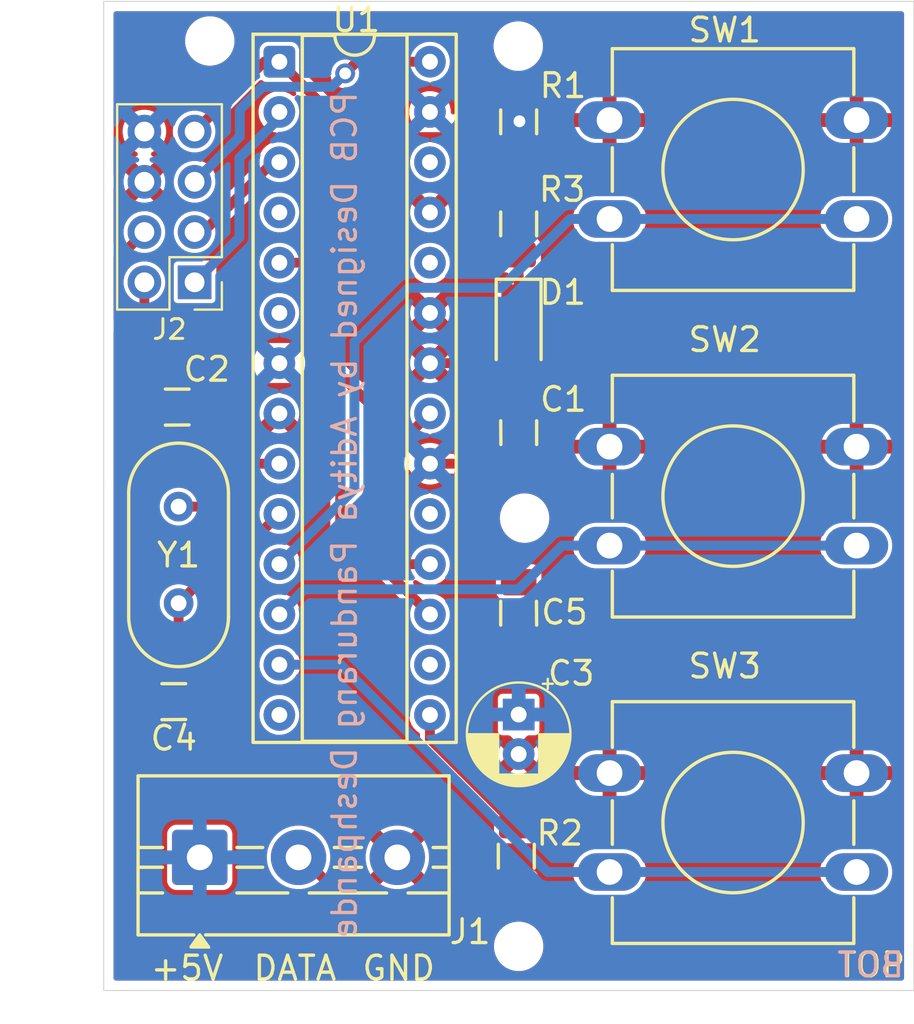
<source format=kicad_pcb>
(kicad_pcb (version 20241229) (generator "pcbnew") (generator_version "9.0")
  (layers (0 "F.Cu" signal) (2 "B.Cu" signal) (13 "F.Paste" user) (15 "B.Paste" user) (5 "F.SilkS" user "F.Silkscreen") (7 "B.SilkS" user "B.Silkscreen") (1 "F.Mask" user) (3 "B.Mask" user) (25 "Edge.Cuts" user))
  (net 0 "")
  (net 1 "+5V")
  (net 2 "GND")
  (net 3 "Net-(J1-Pin_2)")
  (net 4 "Net-(D1-K)")
  (net 5 "Net-(U1-XTAL1{slash}PB6)")
  (net 6 "Net-(U1-XTAL2{slash}PB7)")
  (net 7 "Net-(U1-AREF)")
  (net 8 "Net-(U1-PB1)")
  (net 9 "Net-(U1-PD3)")
  (net 10 "Net-(U1-PD5)")
  (net 11 "Net-(U1-PD6)")
  (net 12 "Net-(U1-PD7)")
  (net 20 "Net-(J2-Pin_4)")
  (net 21 "Net-(J2-Pin_5)")
  (net 22 "Net-(J2-Pin_3)")
  (net 23 "Net-(J2-Pin_2)")
  (net 24 "Net-(J2-Pin_1)")
  (net 25 "Net-(J2-Pin_7)")
  (footprint "MountingHole:MountingHole_2mm" (layer "F.Cu") (at 21 47.77)
    (property "Reference" "H4" (hide yes))
    (property "Value" "MountingHole")
    (pad "" np_thru_hole circle (at 0 0) (size 2 2) (drill 2) (layers "*.Cu" "*.Mask"))
  )
  (footprint "Resistor_SMD:R_1206_3216Metric_Pad1.30x1.75mm_HandSolder" (layer "F.Cu") (at 21 6.0875 -90)
    (property "Reference" "R1" (at -1.8275 -2.24 0) (layer "F.SilkS") (effects (font (size 1.2 1.2) (thickness 0.17))))
    (property "Value" "10k Ω")
    (fp_line (start -0.6 0.91) (end 0.6 0.91) (stroke (width 0.17)) (layer "F.SilkS"))
    (fp_line (start -0.6 -0.91) (end 0.6 -0.91) (stroke (width 0.17)) (layer "F.SilkS"))
    (pad "1" smd roundrect (at -1.55 0 270) (size 1.3 1.75) (layers "F.Cu" "F.Mask" "F.Paste") (roundrect_rratio 0.192308) (net 25 "Net-(J2-Pin_7)"))
    (pad "2" smd roundrect (at 1.55 0 270) (size 1.3 1.75) (layers "F.Cu" "F.Mask" "F.Paste") (roundrect_rratio 0.192308) (net 1 "+5V"))
  )
  (footprint "Button_Switch_THT:SW_PUSH-12mm" (layer "F.Cu") (at 25.6 39.01)
    (property "Reference" "SW3" (at 5.83 -5.41 0) (layer "F.SilkS") (effects (font (size 1.2 1.2) (thickness 0.17))))
    (property "Value" "SW_Push")
    (fp_line (start 0.14 -3.61) (end 0.14 -1.3) (stroke (width 0.17)) (layer "F.SilkS"))
    (fp_line (start 0.14 -3.61) (end 12.36 -3.61) (stroke (width 0.17)) (layer "F.SilkS"))
    (fp_line (start 0.14 1.4) (end 0.14 3.6) (stroke (width 0.17)) (layer "F.SilkS"))
    (fp_line (start 0.14 6.3) (end 0.14 8.61) (stroke (width 0.17)) (layer "F.SilkS"))
    (fp_line (start 12.36 -3.61) (end 12.36 -1.3) (stroke (width 0.17)) (layer "F.SilkS"))
    (fp_line (start 12.36 1.4) (end 12.36 3.6) (stroke (width 0.17)) (layer "F.SilkS"))
    (fp_line (start 12.36 6.3) (end 12.36 8.61) (stroke (width 0.17)) (layer "F.SilkS"))
    (fp_line (start 12.36 8.61) (end 0.14 8.61) (stroke (width 0.17)) (layer "F.SilkS"))
    (fp_circle (center 6.25 2.5) (end 9.8 2.5) (stroke (width 0.17)) (fill no) (layer "F.SilkS"))
    (pad "1" thru_hole oval (at 0 0) (size 3.2 1.9) (drill 1.3) (layers "*.Cu" "*.Mask") (net 2 "GND"))
    (pad "1" thru_hole oval (at 12.5 0) (size 3.2 1.9) (drill 1.3) (layers "*.Cu" "*.Mask") (net 2 "GND"))
    (pad "2" thru_hole oval (at 0 5) (size 3.2 1.9) (drill 1.3) (layers "*.Cu" "*.Mask") (net 12 "Net-(U1-PD7)"))
    (pad "2" thru_hole oval (at 12.5 5) (size 3.2 1.9) (drill 1.3) (layers "*.Cu" "*.Mask") (net 12 "Net-(U1-PD7)"))
  )
  (footprint "Button_Switch_THT:SW_PUSH-12mm" (layer "F.Cu") (at 25.6 22.51)
    (property "Reference" "SW2" (at 5.83 -5.41 0) (layer "F.SilkS") (effects (font (size 1.2 1.2) (thickness 0.17))))
    (property "Value" "SW_Push")
    (fp_line (start 0.14 -3.61) (end 0.14 -1.3) (stroke (width 0.17)) (layer "F.SilkS"))
    (fp_line (start 0.14 -3.61) (end 12.36 -3.61) (stroke (width 0.17)) (layer "F.SilkS"))
    (fp_line (start 0.14 1.4) (end 0.14 3.6) (stroke (width 0.17)) (layer "F.SilkS"))
    (fp_line (start 0.14 6.3) (end 0.14 8.61) (stroke (width 0.17)) (layer "F.SilkS"))
    (fp_line (start 12.36 -3.61) (end 12.36 -1.3) (stroke (width 0.17)) (layer "F.SilkS"))
    (fp_line (start 12.36 1.4) (end 12.36 3.6) (stroke (width 0.17)) (layer "F.SilkS"))
    (fp_line (start 12.36 6.3) (end 12.36 8.61) (stroke (width 0.17)) (layer "F.SilkS"))
    (fp_line (start 12.36 8.61) (end 0.14 8.61) (stroke (width 0.17)) (layer "F.SilkS"))
    (fp_circle (center 6.25 2.5) (end 9.8 2.5) (stroke (width 0.17)) (fill no) (layer "F.SilkS"))
    (pad "1" thru_hole oval (at 0 0) (size 3.2 1.9) (drill 1.3) (layers "*.Cu" "*.Mask") (net 2 "GND"))
    (pad "1" thru_hole oval (at 12.5 0) (size 3.2 1.9) (drill 1.3) (layers "*.Cu" "*.Mask") (net 2 "GND"))
    (pad "2" thru_hole oval (at 0 5) (size 3.2 1.9) (drill 1.3) (layers "*.Cu" "*.Mask") (net 11 "Net-(U1-PD6)"))
    (pad "2" thru_hole oval (at 12.5 5) (size 3.2 1.9) (drill 1.3) (layers "*.Cu" "*.Mask") (net 11 "Net-(U1-PD6)"))
  )
  (footprint "Capacitor_THT:CP_Radial_D5.0mm_P2.00mm" (layer "F.Cu") (at 21 36.05 -90)
    (property "Reference" "C3" (at -2.08 -2.66 0) (layer "F.SilkS") (effects (font (size 1.2 1.2) (thickness 0.17))))
    (property "Value" "100μF")
    (fp_line (start 1 1.04) (end 1 2.58) (stroke (width 0.12)) (layer "F.SilkS"))
    (fp_line (start 1.04 1.04) (end 1.04 2.58) (stroke (width 0.12)) (layer "F.SilkS"))
    (fp_line (start 1.08 1.04) (end 1.08 2.579) (stroke (width 0.12)) (layer "F.SilkS"))
    (fp_line (start 1.12 1.04) (end 1.12 2.577) (stroke (width 0.12)) (layer "F.SilkS"))
    (fp_line (start 1.16 1.04) (end 1.16 2.575) (stroke (width 0.12)) (layer "F.SilkS"))
    (fp_line (start 1.2 1.04) (end 1.2 2.572) (stroke (width 0.12)) (layer "F.SilkS"))
    (fp_line (start 1.24 1.04) (end 1.24 2.569) (stroke (width 0.12)) (layer "F.SilkS"))
    (fp_line (start 1.28 1.04) (end 1.28 2.565) (stroke (width 0.12)) (layer "F.SilkS"))
    (fp_line (start 1.32 1.04) (end 1.32 2.56) (stroke (width 0.12)) (layer "F.SilkS"))
    (fp_line (start 1.36 1.04) (end 1.36 2.555) (stroke (width 0.12)) (layer "F.SilkS"))
    (fp_line (start 1.4 1.04) (end 1.4 2.549) (stroke (width 0.12)) (layer "F.SilkS"))
    (fp_line (start 1.44 1.04) (end 1.44 2.543) (stroke (width 0.12)) (layer "F.SilkS"))
    (fp_line (start 1.48 1.04) (end 1.48 2.536) (stroke (width 0.12)) (layer "F.SilkS"))
    (fp_line (start 1.52 1.04) (end 1.52 2.528) (stroke (width 0.12)) (layer "F.SilkS"))
    (fp_line (start 1.56 1.04) (end 1.56 2.519) (stroke (width 0.12)) (layer "F.SilkS"))
    (fp_line (start 1.6 1.04) (end 1.6 2.51) (stroke (width 0.12)) (layer "F.SilkS"))
    (fp_line (start 1.64 1.04) (end 1.64 2.501) (stroke (width 0.12)) (layer "F.SilkS"))
    (fp_line (start 1.68 1.04) (end 1.68 2.49) (stroke (width 0.12)) (layer "F.SilkS"))
    (fp_line (start 1.72 1.04) (end 1.72 2.479) (stroke (width 0.12)) (layer "F.SilkS"))
    (fp_line (start 1.76 1.04) (end 1.76 2.467) (stroke (width 0.12)) (layer "F.SilkS"))
    (fp_line (start 1.8 1.04) (end 1.8 2.455) (stroke (width 0.12)) (layer "F.SilkS"))
    (fp_line (start 1.84 1.04) (end 1.84 2.442) (stroke (width 0.12)) (layer "F.SilkS"))
    (fp_line (start 1.88 1.04) (end 1.88 2.428) (stroke (width 0.12)) (layer "F.SilkS"))
    (fp_line (start 1.92 1.04) (end 1.92 2.413) (stroke (width 0.12)) (layer "F.SilkS"))
    (fp_line (start 1.96 1.04) (end 1.96 2.398) (stroke (width 0.12)) (layer "F.SilkS"))
    (fp_line (start 2 1.04) (end 2 2.382) (stroke (width 0.12)) (layer "F.SilkS"))
    (fp_line (start 2.04 1.04) (end 2.04 2.365) (stroke (width 0.12)) (layer "F.SilkS"))
    (fp_line (start 2.08 1.04) (end 2.08 2.347) (stroke (width 0.12)) (layer "F.SilkS"))
    (fp_line (start 2.12 1.04) (end 2.12 2.329) (stroke (width 0.12)) (layer "F.SilkS"))
    (fp_line (start 2.16 1.04) (end 2.16 2.309) (stroke (width 0.12)) (layer "F.SilkS"))
    (fp_line (start 2.2 1.04) (end 2.2 2.289) (stroke (width 0.12)) (layer "F.SilkS"))
    (fp_line (start 2.24 1.04) (end 2.24 2.268) (stroke (width 0.12)) (layer "F.SilkS"))
    (fp_line (start 2.28 1.04) (end 2.28 2.246) (stroke (width 0.12)) (layer "F.SilkS"))
    (fp_line (start 2.32 1.04) (end 2.32 2.223) (stroke (width 0.12)) (layer "F.SilkS"))
    (fp_line (start 2.36 1.04) (end 2.36 2.199) (stroke (width 0.12)) (layer "F.SilkS"))
    (fp_line (start 2.4 1.04) (end 2.4 2.175) (stroke (width 0.12)) (layer "F.SilkS"))
    (fp_line (start 2.44 1.04) (end 2.44 2.149) (stroke (width 0.12)) (layer "F.SilkS"))
    (fp_line (start 2.48 1.04) (end 2.48 2.122) (stroke (width 0.12)) (layer "F.SilkS"))
    (fp_line (start 2.52 1.04) (end 2.52 2.094) (stroke (width 0.12)) (layer "F.SilkS"))
    (fp_line (start 2.56 1.04) (end 2.56 2.065) (stroke (width 0.12)) (layer "F.SilkS"))
    (fp_line (start 2.6 1.04) (end 2.6 2.035) (stroke (width 0.12)) (layer "F.SilkS"))
    (fp_line (start 2.64 1.04) (end 2.64 2.003) (stroke (width 0.12)) (layer "F.SilkS"))
    (fp_line (start 2.68 1.04) (end 2.68 1.97) (stroke (width 0.12)) (layer "F.SilkS"))
    (fp_line (start 2.72 1.04) (end 2.72 1.936) (stroke (width 0.12)) (layer "F.SilkS"))
    (fp_line (start 2.76 1.04) (end 2.76 1.901) (stroke (width 0.12)) (layer "F.SilkS"))
    (fp_line (start 2.8 1.04) (end 2.8 1.864) (stroke (width 0.12)) (layer "F.SilkS"))
    (fp_line (start 2.84 1.04) (end 2.84 1.825) (stroke (width 0.12)) (layer "F.SilkS"))
    (fp_line (start 2.88 1.04) (end 2.88 1.785) (stroke (width 0.12)) (layer "F.SilkS"))
    (fp_line (start 2.92 1.04) (end 2.92 1.743) (stroke (width 0.12)) (layer "F.SilkS"))
    (fp_line (start 2.96 1.04) (end 2.96 1.699) (stroke (width 0.12)) (layer "F.SilkS"))
    (fp_line (start 3 1.04) (end 3 1.652) (stroke (width 0.12)) (layer "F.SilkS"))
    (fp_line (start 3.6 -0.283) (end 3.6 0.283) (stroke (width 0.12)) (layer "F.SilkS"))
    (fp_line (start 3.56 -0.517) (end 3.56 0.517) (stroke (width 0.12)) (layer "F.SilkS"))
    (fp_line (start 3.52 -0.677) (end 3.52 0.677) (stroke (width 0.12)) (layer "F.SilkS"))
    (fp_line (start 3.48 -0.805) (end 3.48 0.805) (stroke (width 0.12)) (layer "F.SilkS"))
    (fp_line (start 3.44 -0.914) (end 3.44 0.914) (stroke (width 0.12)) (layer "F.SilkS"))
    (fp_line (start 3.4 -1.011) (end 3.4 1.011) (stroke (width 0.12)) (layer "F.SilkS"))
    (fp_line (start 3.36 -1.098) (end 3.36 1.098) (stroke (width 0.12)) (layer "F.SilkS"))
    (fp_line (start 3.32 -1.177) (end 3.32 1.177) (stroke (width 0.12)) (layer "F.SilkS"))
    (fp_line (start 3.28 -1.251) (end 3.28 1.251) (stroke (width 0.12)) (layer "F.SilkS"))
    (fp_line (start 3.24 -1.319) (end 3.24 1.319) (stroke (width 0.12)) (layer "F.SilkS"))
    (fp_line (start 3.2 -1.383) (end 3.2 1.383) (stroke (width 0.12)) (layer "F.SilkS"))
    (fp_line (start 3.16 -1.443) (end 3.16 1.443) (stroke (width 0.12)) (layer "F.SilkS"))
    (fp_line (start -1.804775 -1.475) (end -1.304775 -1.475) (stroke (width 0.12)) (layer "F.SilkS"))
    (fp_line (start 3.12 -1.499) (end 3.12 1.499) (stroke (width 0.12)) (layer "F.SilkS"))
    (fp_line (start 3.08 -1.553) (end 3.08 1.553) (stroke (width 0.12)) (layer "F.SilkS"))
    (fp_line (start 3.04 -1.604) (end 3.04 1.604) (stroke (width 0.12)) (layer "F.SilkS"))
    (fp_line (start 3 -1.652) (end 3 -1.04) (stroke (width 0.12)) (layer "F.SilkS"))
    (fp_line (start 2.96 -1.699) (end 2.96 -1.04) (stroke (width 0.12)) (layer "F.SilkS"))
    (fp_line (start -1.554775 -1.725) (end -1.554775 -1.225) (stroke (width 0.12)) (layer "F.SilkS"))
    (fp_line (start 2.92 -1.743) (end 2.92 -1.04) (stroke (width 0.12)) (layer "F.SilkS"))
    (fp_line (start 2.88 -1.785) (end 2.88 -1.04) (stroke (width 0.12)) (layer "F.SilkS"))
    (fp_line (start 2.84 -1.825) (end 2.84 -1.04) (stroke (width 0.12)) (layer "F.SilkS"))
    (fp_line (start 2.8 -1.864) (end 2.8 -1.04) (stroke (width 0.12)) (layer "F.SilkS"))
    (fp_line (start 2.76 -1.901) (end 2.76 -1.04) (stroke (width 0.12)) (layer "F.SilkS"))
    (fp_line (start 2.72 -1.936) (end 2.72 -1.04) (stroke (width 0.12)) (layer "F.SilkS"))
    (fp_line (start 2.68 -1.97) (end 2.68 -1.04) (stroke (width 0.12)) (layer "F.SilkS"))
    (fp_line (start 2.64 -2.003) (end 2.64 -1.04) (stroke (width 0.12)) (layer "F.SilkS"))
    (fp_line (start 2.6 -2.035) (end 2.6 -1.04) (stroke (width 0.12)) (layer "F.SilkS"))
    (fp_line (start 2.56 -2.065) (end 2.56 -1.04) (stroke (width 0.12)) (layer "F.SilkS"))
    (fp_line (start 2.52 -2.094) (end 2.52 -1.04) (stroke (width 0.12)) (layer "F.SilkS"))
    (fp_line (start 2.48 -2.122) (end 2.48 -1.04) (stroke (width 0.12)) (layer "F.SilkS"))
    (fp_line (start 2.44 -2.149) (end 2.44 -1.04) (stroke (width 0.12)) (layer "F.SilkS"))
    (fp_line (start 2.4 -2.175) (end 2.4 -1.04) (stroke (width 0.12)) (layer "F.SilkS"))
    (fp_line (start 2.36 -2.199) (end 2.36 -1.04) (stroke (width 0.12)) (layer "F.SilkS"))
    (fp_line (start 2.32 -2.223) (end 2.32 -1.04) (stroke (width 0.12)) (layer "F.SilkS"))
    (fp_line (start 2.28 -2.246) (end 2.28 -1.04) (stroke (width 0.12)) (layer "F.SilkS"))
    (fp_line (start 2.24 -2.268) (end 2.24 -1.04) (stroke (width 0.12)) (layer "F.SilkS"))
    (fp_line (start 2.2 -2.289) (end 2.2 -1.04) (stroke (width 0.12)) (layer "F.SilkS"))
    (fp_line (start 2.16 -2.309) (end 2.16 -1.04) (stroke (width 0.12)) (layer "F.SilkS"))
    (fp_line (start 2.12 -2.329) (end 2.12 -1.04) (stroke (width 0.12)) (layer "F.SilkS"))
    (fp_line (start 2.08 -2.347) (end 2.08 -1.04) (stroke (width 0.12)) (layer "F.SilkS"))
    (fp_line (start 2.04 -2.365) (end 2.04 -1.04) (stroke (width 0.12)) (layer "F.SilkS"))
    (fp_line (start 2 -2.382) (end 2 -1.04) (stroke (width 0.12)) (layer "F.SilkS"))
    (fp_line (start 1.96 -2.398) (end 1.96 -1.04) (stroke (width 0.12)) (layer "F.SilkS"))
    (fp_line (start 1.92 -2.413) (end 1.92 -1.04) (stroke (width 0.12)) (layer "F.SilkS"))
    (fp_line (start 1.88 -2.428) (end 1.88 -1.04) (stroke (width 0.12)) (layer "F.SilkS"))
    (fp_line (start 1.84 -2.442) (end 1.84 -1.04) (stroke (width 0.12)) (layer "F.SilkS"))
    (fp_line (start 1.8 -2.455) (end 1.8 -1.04) (stroke (width 0.12)) (layer "F.SilkS"))
    (fp_line (start 1.76 -2.467) (end 1.76 -1.04) (stroke (width 0.12)) (layer "F.SilkS"))
    (fp_line (start 1.72 -2.479) (end 1.72 -1.04) (stroke (width 0.12)) (layer "F.SilkS"))
    (fp_line (start 1.68 -2.49) (end 1.68 -1.04) (stroke (width 0.12)) (layer "F.SilkS"))
    (fp_line (start 1.64 -2.501) (end 1.64 -1.04) (stroke (width 0.12)) (layer "F.SilkS"))
    (fp_line (start 1.6 -2.51) (end 1.6 -1.04) (stroke (width 0.12)) (layer "F.SilkS"))
    (fp_line (start 1.56 -2.519) (end 1.56 -1.04) (stroke (width 0.12)) (layer "F.SilkS"))
    (fp_line (start 1.52 -2.528) (end 1.52 -1.04) (stroke (width 0.12)) (layer "F.SilkS"))
    (fp_line (start 1.48 -2.536) (end 1.48 -1.04) (stroke (width 0.12)) (layer "F.SilkS"))
    (fp_line (start 1.44 -2.543) (end 1.44 -1.04) (stroke (width 0.12)) (layer "F.SilkS"))
    (fp_line (start 1.4 -2.549) (end 1.4 -1.04) (stroke (width 0.12)) (layer "F.SilkS"))
    (fp_line (start 1.36 -2.555) (end 1.36 -1.04) (stroke (width 0.12)) (layer "F.SilkS"))
    (fp_line (start 1.32 -2.56) (end 1.32 -1.04) (stroke (width 0.12)) (layer "F.SilkS"))
    (fp_line (start 1.28 -2.565) (end 1.28 -1.04) (stroke (width 0.12)) (layer "F.SilkS"))
    (fp_line (start 1.24 -2.569) (end 1.24 -1.04) (stroke (width 0.12)) (layer "F.SilkS"))
    (fp_line (start 1.2 -2.572) (end 1.2 -1.04) (stroke (width 0.12)) (layer "F.SilkS"))
    (fp_line (start 1.16 -2.575) (end 1.16 -1.04) (stroke (width 0.12)) (layer "F.SilkS"))
    (fp_line (start 1.12 -2.577) (end 1.12 -1.04) (stroke (width 0.12)) (layer "F.SilkS"))
    (fp_line (start 1.08 -2.579) (end 1.08 -1.04) (stroke (width 0.12)) (layer "F.SilkS"))
    (fp_line (start 1 -2.58) (end 1 -1.04) (stroke (width 0.12)) (layer "F.SilkS"))
    (fp_line (start 1.04 -2.58) (end 1.04 -1.04) (stroke (width 0.12)) (layer "F.SilkS"))
    (fp_circle (center 1 0) (end 3.62 0) (stroke (width 0.12)) (fill no) (layer "F.SilkS"))
    (pad "1" thru_hole rect (at 0 0 270) (size 1.6 1.6) (drill 0.8) (layers "*.Cu" "*.Mask") (net 1 "+5V"))
    (pad "2" thru_hole circle (at 2 0 270) (size 1.6 1.6) (drill 0.8) (layers "*.Cu" "*.Mask") (net 2 "GND"))
  )
  (footprint "Connector_PinHeader_2.54mm:PinHeader_2x04_P2.54mm_Vertical" (layer "F.Cu") (at 4.6 14.2 180)
    (property "Reference" "J2" (at 1.27 -2.38 0) (layer "F.SilkS"))
    (property "Value" "Conn_02x04_Odd_Even")
    (fp_line (start 3.92 -1.38) (end 3.92 9) (stroke (width 0.12)) (layer "F.SilkS"))
    (fp_line (start 1.27 1.27) (end 1.27 -1.38) (stroke (width 0.12)) (layer "F.SilkS"))
    (fp_line (start 1.27 -1.38) (end 3.92 -1.38) (stroke (width 0.12)) (layer "F.SilkS"))
    (fp_line (start -1.38 9) (end 3.92 9) (stroke (width 0.12)) (layer "F.SilkS"))
    (fp_line (start -1.38 1.27) (end 1.27 1.27) (stroke (width 0.12)) (layer "F.SilkS"))
    (fp_line (start -1.38 1.27) (end -1.38 9) (stroke (width 0.12)) (layer "F.SilkS"))
    (fp_line (start -1.38 0) (end -1.38 -1.38) (stroke (width 0.12)) (layer "F.SilkS"))
    (fp_line (start -1.38 -1.38) (end 0 -1.38) (stroke (width 0.12)) (layer "F.SilkS"))
    (pad "1" thru_hole rect (at 0 0 180) (size 1.7 1.7) (drill 1) (layers "*.Cu" "*.Mask") (net 24 "Net-(J2-Pin_1)"))
    (pad "2" thru_hole circle (at 2.54 0 180) (size 1.7 1.7) (drill 1) (layers "*.Cu" "*.Mask") (net 23 "Net-(J2-Pin_2)"))
    (pad "3" thru_hole circle (at 0 2.54 180) (size 1.7 1.7) (drill 1) (layers "*.Cu" "*.Mask") (net 22 "Net-(J2-Pin_3)"))
    (pad "4" thru_hole circle (at 2.54 2.54 180) (size 1.7 1.7) (drill 1) (layers "*.Cu" "*.Mask") (net 20 "Net-(J2-Pin_4)"))
    (pad "5" thru_hole circle (at 0 5.08 180) (size 1.7 1.7) (drill 1) (layers "*.Cu" "*.Mask") (net 21 "Net-(J2-Pin_5)"))
    (pad "6" thru_hole circle (at 2.54 5.08 180) (size 1.7 1.7) (drill 1) (layers "*.Cu" "*.Mask") (net 2 "GND"))
    (pad "7" thru_hole circle (at 0 7.62 180) (size 1.7 1.7) (drill 1) (layers "*.Cu" "*.Mask") (net 25 "Net-(J2-Pin_7)"))
    (pad "8" thru_hole circle (at 2.54 7.62 180) (size 1.7 1.7) (drill 1) (layers "*.Cu" "*.Mask") (net 1 "+5V"))
  )
  (footprint "TerminalBlock:TerminalBlock_MaiXu_MX126-5.0-03P_1x03_P5.00mm" (layer "F.Cu") (at 4.86 43.27)
    (property "Reference" "J1" (at 13.68 3.76 0) (layer "F.SilkS") (effects (font (size 1.2 1.2) (thickness 0.17))))
    (property "Value" "Screw_Terminal_01x03")
    (fp_line (start -3.12 -4.12) (end -3.12 3.92) (stroke (width 0.17)) (layer "F.SilkS"))
    (fp_line (start -3.12 -4.12) (end 12.62 -4.12) (stroke (width 0.17)) (layer "F.SilkS"))
    (fp_line (start -3.12 -0.5) (end -1.88 -0.5) (stroke (width 0.17)) (layer "F.SilkS"))
    (fp_line (start -3.12 0.5) (end -1.88 0.5) (stroke (width 0.17)) (layer "F.SilkS"))
    (fp_line (start -3.12 1.8) (end -1.88 1.8) (stroke (width 0.17)) (layer "F.SilkS"))
    (fp_line (start -3.12 3.92) (end -0.3 3.92) (stroke (width 0.17)) (layer "F.SilkS"))
    (fp_line (start 0.3 3.92) (end 12.62 3.92) (stroke (width 0.17)) (layer "F.SilkS"))
    (fp_line (start 1.88 -0.5) (end 3.188 -0.5) (stroke (width 0.17)) (layer "F.SilkS"))
    (fp_line (start 1.88 0.5) (end 3.188 0.5) (stroke (width 0.17)) (layer "F.SilkS"))
    (fp_line (start 1.88 1.8) (end 4.457 1.8) (stroke (width 0.17)) (layer "F.SilkS"))
    (fp_line (start 5.543 1.8) (end 9.457 1.8) (stroke (width 0.17)) (layer "F.SilkS"))
    (fp_line (start 6.812 -0.5) (end 8.188 -0.5) (stroke (width 0.17)) (layer "F.SilkS"))
    (fp_line (start 6.812 0.5) (end 8.188 0.5) (stroke (width 0.17)) (layer "F.SilkS"))
    (fp_line (start 10.543 1.8) (end 12.62 1.8) (stroke (width 0.17)) (layer "F.SilkS"))
    (fp_line (start 11.812 -0.5) (end 12.62 -0.5) (stroke (width 0.17)) (layer "F.SilkS"))
    (fp_line (start 11.812 0.5) (end 12.62 0.5) (stroke (width 0.17)) (layer "F.SilkS"))
    (fp_line (start 12.62 -4.12) (end 12.62 3.92) (stroke (width 0.17)) (layer "F.SilkS"))
    (fp_poly (pts (xy 0 3.92) (xy 0.44 4.53) (xy -0.44 4.53)) (stroke (width 0.17)) (fill yes) (layer "F.SilkS"))
    (pad "1" thru_hole roundrect (at 0 0) (size 2.8 2.8) (drill 1.3) (layers "*.Cu" "*.Mask") (roundrect_rratio 0.089286) (net 1 "+5V"))
    (pad "2" thru_hole circle (at 5 0) (size 2.8 2.8) (drill 1.3) (layers "*.Cu" "*.Mask") (net 3 "Net-(J1-Pin_2)"))
    (pad "3" thru_hole circle (at 10 0) (size 2.8 2.8) (drill 1.3) (layers "*.Cu" "*.Mask") (net 2 "GND"))
  )
  (footprint "LED_SMD:LED_1206_3216Metric_Pad1.42x1.75mm_HandSolder" (layer "F.Cu") (at 21 16.5075 -90)
    (property "Reference" "D1" (at -1.7975 -2.23 0) (layer "F.SilkS") (effects (font (size 1.2 1.2) (thickness 0.17))))
    (property "Value" "LED")
    (fp_line (start -2.46 1.135) (end 1.6 1.135) (stroke (width 0.17)) (layer "F.SilkS"))
    (fp_line (start -2.46 -1.135) (end -2.46 1.135) (stroke (width 0.17)) (layer "F.SilkS"))
    (fp_line (start 1.6 -1.135) (end -2.46 -1.135) (stroke (width 0.17)) (layer "F.SilkS"))
    (pad "1" smd roundrect (at -1.4875 0 270) (size 1.425 1.75) (layers "F.Cu" "F.Mask" "F.Paste") (roundrect_rratio 0.175439) (net 4 "Net-(D1-K)"))
    (pad "2" smd roundrect (at 1.4875 0 270) (size 1.425 1.75) (layers "F.Cu" "F.Mask" "F.Paste") (roundrect_rratio 0.175439) (net 2 "GND"))
  )
  (footprint "Package_DIP:DIP-28_W7.62mm_Socket" (layer "F.Cu") (at 8.89 3.05)
    (property "Reference" "U1" (at 3.89 -2.12 0) (layer "F.SilkS") (effects (font (size 1.2 1.2) (thickness 0.17))))
    (property "Value" "ATmega328-P")
    (fp_line (start 1.16 -1.33) (end 1.16 34.35) (stroke (width 0.17)) (layer "F.SilkS"))
    (fp_line (start 1.16 34.35) (end 6.46 34.35) (stroke (width 0.17)) (layer "F.SilkS"))
    (fp_line (start 2.81 -1.33) (end 1.16 -1.33) (stroke (width 0.17)) (layer "F.SilkS"))
    (fp_line (start 6.46 -1.33) (end 4.81 -1.33) (stroke (width 0.12)) (layer "F.SilkS"))
    (fp_line (start 6.46 34.35) (end 6.46 -1.33) (stroke (width 0.17)) (layer "F.SilkS"))
    (fp_rect (start -1.33 -1.39) (end 8.95 34.41) (stroke (width 0.17)) (fill no) (layer "F.SilkS"))
    (fp_arc (start 4.81 -1.33) (mid 3.81 -0.33) (end 2.81 -1.33) (stroke (width 0.17)) (layer "F.SilkS"))
    (pad "1" thru_hole roundrect (at 0 0) (size 1.6 1.6) (drill 0.8) (layers "*.Cu" "*.Mask") (roundrect_rratio 0.15625) (net 25 "Net-(J2-Pin_7)"))
    (pad "2" thru_hole circle (at 0 2.54) (size 1.6 1.6) (drill 0.8) (layers "*.Cu" "*.Mask") (net 24 "Net-(J2-Pin_1)"))
    (pad "3" thru_hole circle (at 0 5.08) (size 1.6 1.6) (drill 0.8) (layers "*.Cu" "*.Mask") (net 22 "Net-(J2-Pin_3)"))
    (pad "4" thru_hole circle (at 0 7.62) (size 1.6 1.6) (drill 0.8) (layers "*.Cu" "*.Mask"))
    (pad "5" thru_hole circle (at 0 10.16) (size 1.6 1.6) (drill 0.8) (layers "*.Cu" "*.Mask") (net 9 "Net-(U1-PD3)"))
    (pad "6" thru_hole circle (at 0 12.7) (size 1.6 1.6) (drill 0.8) (layers "*.Cu" "*.Mask"))
    (pad "7" thru_hole circle (at 0 15.24) (size 1.6 1.6) (drill 0.8) (layers "*.Cu" "*.Mask") (net 1 "+5V"))
    (pad "8" thru_hole circle (at 0 17.78) (size 1.6 1.6) (drill 0.8) (layers "*.Cu" "*.Mask") (net 2 "GND"))
    (pad "9" thru_hole circle (at 0 20.32) (size 1.6 1.6) (drill 0.8) (layers "*.Cu" "*.Mask") (net 5 "Net-(U1-XTAL1{slash}PB6)"))
    (pad "10" thru_hole circle (at 0 22.86) (size 1.6 1.6) (drill 0.8) (layers "*.Cu" "*.Mask") (net 6 "Net-(U1-XTAL2{slash}PB7)"))
    (pad "11" thru_hole circle (at 0 25.4) (size 1.6 1.6) (drill 0.8) (layers "*.Cu" "*.Mask") (net 10 "Net-(U1-PD5)"))
    (pad "12" thru_hole circle (at 0 27.94) (size 1.6 1.6) (drill 0.8) (layers "*.Cu" "*.Mask") (net 11 "Net-(U1-PD6)"))
    (pad "13" thru_hole circle (at 0 30.48) (size 1.6 1.6) (drill 0.8) (layers "*.Cu" "*.Mask") (net 12 "Net-(U1-PD7)"))
    (pad "14" thru_hole circle (at 0 33.02) (size 1.6 1.6) (drill 0.8) (layers "*.Cu" "*.Mask"))
    (pad "15" thru_hole circle (at 7.62 33.02) (size 1.6 1.6) (drill 0.8) (layers "*.Cu" "*.Mask") (net 8 "Net-(U1-PB1)"))
    (pad "16" thru_hole circle (at 7.62 30.48) (size 1.6 1.6) (drill 0.8) (layers "*.Cu" "*.Mask"))
    (pad "17" thru_hole circle (at 7.62 27.94) (size 1.6 1.6) (drill 0.8) (layers "*.Cu" "*.Mask") (net 20 "Net-(J2-Pin_4)"))
    (pad "18" thru_hole circle (at 7.62 25.4) (size 1.6 1.6) (drill 0.8) (layers "*.Cu" "*.Mask") (net 23 "Net-(J2-Pin_2)"))
    (pad "19" thru_hole circle (at 7.62 22.86) (size 1.6 1.6) (drill 0.8) (layers "*.Cu" "*.Mask"))
    (pad "20" thru_hole circle (at 7.62 20.32) (size 1.6 1.6) (drill 0.8) (layers "*.Cu" "*.Mask") (net 1 "+5V"))
    (pad "21" thru_hole circle (at 7.62 17.78) (size 1.6 1.6) (drill 0.8) (layers "*.Cu" "*.Mask") (net 7 "Net-(U1-AREF)"))
    (pad "22" thru_hole circle (at 7.62 15.24) (size 1.6 1.6) (drill 0.8) (layers "*.Cu" "*.Mask") (net 2 "GND"))
    (pad "23" thru_hole circle (at 7.62 12.7) (size 1.6 1.6) (drill 0.8) (layers "*.Cu" "*.Mask") (net 2 "GND"))
    (pad "24" thru_hole circle (at 7.62 10.16) (size 1.6 1.6) (drill 0.8) (layers "*.Cu" "*.Mask"))
    (pad "25" thru_hole circle (at 7.62 7.62) (size 1.6 1.6) (drill 0.8) (layers "*.Cu" "*.Mask") (net 2 "GND"))
    (pad "26" thru_hole circle (at 7.62 5.08) (size 1.6 1.6) (drill 0.8) (layers "*.Cu" "*.Mask"))
    (pad "27" thru_hole circle (at 7.62 2.54) (size 1.6 1.6) (drill 0.8) (layers "*.Cu" "*.Mask") (net 1 "+5V"))
    (pad "28" thru_hole circle (at 7.62 0) (size 1.6 1.6) (drill 0.8) (layers "*.Cu" "*.Mask") (net 21 "Net-(J2-Pin_5)"))
  )
  (footprint "MountingHole:MountingHole_2mm" (layer "F.Cu") (at 20.98 2.26)
    (property "Reference" "H2" (hide yes))
    (property "Value" "MountingHole")
    (pad "" np_thru_hole circle (at 0 0) (size 2 2) (drill 2) (layers "*.Cu" "*.Mask"))
  )
  (footprint "Resistor_SMD:R_1206_3216Metric_Pad1.30x1.75mm_HandSolder" (layer "F.Cu") (at 20.88 43.21 -90)
    (property "Reference" "R2" (at -1.16 -2.2 0) (layer "F.SilkS") (effects (font (size 1.2 1.2) (thickness 0.17))))
    (property "Value" "330 Ω")
    (fp_line (start -0.6 0.91) (end 0.6 0.91) (stroke (width 0.17)) (layer "F.SilkS"))
    (fp_line (start -0.6 -0.91) (end 0.6 -0.91) (stroke (width 0.17)) (layer "F.SilkS"))
    (pad "1" smd roundrect (at -1.55 0 270) (size 1.3 1.75) (layers "F.Cu" "F.Mask" "F.Paste") (roundrect_rratio 0.192308) (net 8 "Net-(U1-PB1)"))
    (pad "2" smd roundrect (at 1.55 0 270) (size 1.3 1.75) (layers "F.Cu" "F.Mask" "F.Paste") (roundrect_rratio 0.192308) (net 3 "Net-(J1-Pin_2)"))
  )
  (footprint "Capacitor_SMD:C_1206_3216Metric_Pad1.33x1.80mm_HandSolder" (layer "F.Cu") (at 3.72 20.51 180)
    (property "Reference" "C2" (at -1.5 1.91 180) (layer "F.SilkS") (effects (font (size 1.2 1.2) (thickness 0.17))))
    (property "Value" "18pF")
    (fp_line (start -0.6 0.91) (end 0.6 0.91) (stroke (width 0.17)) (layer "F.SilkS"))
    (fp_line (start -0.6 -0.9) (end 0.6 -0.91) (stroke (width 0.17)) (layer "F.SilkS"))
    (pad "1" smd roundrect (at -1.5625 0 180) (size 1.325 1.8) (layers "F.Cu" "F.Mask" "F.Paste") (roundrect_rratio 0.188679) (net 5 "Net-(U1-XTAL1{slash}PB6)"))
    (pad "2" smd roundrect (at 1.5625 0 180) (size 1.325 1.8) (layers "F.Cu" "F.Mask" "F.Paste") (roundrect_rratio 0.188679) (net 2 "GND"))
  )
  (footprint "MountingHole:MountingHole_2mm" (layer "F.Cu") (at 21.3 26.12)
    (property "Reference" "H3" (hide yes))
    (property "Value" "MountingHole")
    (pad "" np_thru_hole circle (at 0 0) (size 2 2) (drill 2) (layers "*.Cu" "*.Mask"))
  )
  (footprint "MountingHole:MountingHole_2mm" (layer "F.Cu") (at 5.37 2)
    (property "Reference" "H1" (hide yes))
    (property "Value" "MountingHole")
    (pad "" np_thru_hole circle (at 0 0) (size 2 2) (drill 2) (layers "*.Cu" "*.Mask"))
  )
  (footprint "Capacitor_SMD:C_1206_3216Metric_Pad1.33x1.80mm_HandSolder" (layer "F.Cu") (at 21 30.9275 -90)
    (property "Reference" "C5" (at -0.0475 -2.32 0) (layer "F.SilkS") (effects (font (size 1.2 1.2) (thickness 0.17))))
    (property "Value" "0.1μF")
    (fp_line (start -0.6 0.91) (end 0.6 0.91) (stroke (width 0.17)) (layer "F.SilkS"))
    (fp_line (start -0.6 -0.9) (end 0.6 -0.91) (stroke (width 0.17)) (layer "F.SilkS"))
    (pad "1" smd roundrect (at -1.5625 0 270) (size 1.325 1.8) (layers "F.Cu" "F.Mask" "F.Paste") (roundrect_rratio 0.188679) (net 7 "Net-(U1-AREF)"))
    (pad "2" smd roundrect (at 1.5625 0 270) (size 1.325 1.8) (layers "F.Cu" "F.Mask" "F.Paste") (roundrect_rratio 0.188679) (net 2 "GND"))
  )
  (footprint "Capacitor_SMD:C_1206_3216Metric_Pad1.33x1.80mm_HandSolder" (layer "F.Cu") (at 21 21.8 90)
    (property "Reference" "C1" (at 1.68 2.26 180) (layer "F.SilkS") (effects (font (size 1.2 1.2) (thickness 0.17))))
    (property "Value" "0.1μF")
    (fp_line (start -0.6 -0.9) (end 0.6 -0.91) (stroke (width 0.17)) (layer "F.SilkS"))
    (fp_line (start -0.6 0.91) (end 0.6 0.91) (stroke (width 0.17)) (layer "F.SilkS"))
    (pad "1" smd roundrect (at -1.5625 0 90) (size 1.325 1.8) (layers "F.Cu" "F.Mask" "F.Paste") (roundrect_rratio 0.188679) (net 1 "+5V"))
    (pad "2" smd roundrect (at 1.5625 0 90) (size 1.325 1.8) (layers "F.Cu" "F.Mask" "F.Paste") (roundrect_rratio 0.188679) (net 2 "GND"))
  )
  (footprint "Resistor_SMD:R_1206_3216Metric_Pad1.30x1.75mm_HandSolder" (layer "F.Cu") (at 21 11.2475 -90)
    (property "Reference" "R3" (at -1.7375 -2.2 0) (layer "F.SilkS") (effects (font (size 1.2 1.2) (thickness 0.17))))
    (property "Value" "330Ω")
    (fp_line (start -0.6 0.91) (end 0.6 0.91) (stroke (width 0.17)) (layer "F.SilkS"))
    (fp_line (start -0.6 -0.91) (end 0.6 -0.91) (stroke (width 0.17)) (layer "F.SilkS"))
    (pad "1" smd roundrect (at -1.55 0 270) (size 1.3 1.75) (layers "F.Cu" "F.Mask" "F.Paste") (roundrect_rratio 0.192308) (net 9 "Net-(U1-PD3)"))
    (pad "2" smd roundrect (at 1.55 0 270) (size 1.3 1.75) (layers "F.Cu" "F.Mask" "F.Paste") (roundrect_rratio 0.192308) (net 4 "Net-(D1-K)"))
  )
  (footprint "Capacitor_SMD:C_1206_3216Metric_Pad1.33x1.80mm_HandSolder" (layer "F.Cu") (at 3.5475 35.4 180)
    (property "Reference" "C4" (at 0 -1.85 180) (layer "F.SilkS") (effects (font (size 1.2 1.2) (thickness 0.17))))
    (property "Value" "18pF")
    (fp_line (start -0.6 0.91) (end 0.6 0.91) (stroke (width 0.17)) (layer "F.SilkS"))
    (fp_line (start -0.6 -0.9) (end 0.6 -0.91) (stroke (width 0.17)) (layer "F.SilkS"))
    (pad "1" smd roundrect (at -1.5625 0 180) (size 1.325 1.8) (layers "F.Cu" "F.Mask" "F.Paste") (roundrect_rratio 0.188679) (net 6 "Net-(U1-XTAL2{slash}PB7)"))
    (pad "2" smd roundrect (at 1.5625 0 180) (size 1.325 1.8) (layers "F.Cu" "F.Mask" "F.Paste") (roundrect_rratio 0.188679) (net 2 "GND"))
  )
  (footprint "Button_Switch_THT:SW_PUSH-12mm" (layer "F.Cu") (at 25.6 6)
    (property "Reference" "SW1" (at 5.83 -4.55 0) (layer "F.SilkS") (effects (font (size 1.2 1.2) (thickness 0.17))))
    (property "Value" "SW_Push")
    (fp_line (start 0.14 -3.61) (end 0.14 -1.3) (stroke (width 0.17)) (layer "F.SilkS"))
    (fp_line (start 0.14 -3.61) (end 12.36 -3.61) (stroke (width 0.17)) (layer "F.SilkS"))
    (fp_line (start 0.14 1.4) (end 0.14 3.6) (stroke (width 0.17)) (layer "F.SilkS"))
    (fp_line (start 0.14 6.3) (end 0.14 8.61) (stroke (width 0.17)) (layer "F.SilkS"))
    (fp_line (start 12.36 -3.61) (end 12.36 -1.3) (stroke (width 0.17)) (layer "F.SilkS"))
    (fp_line (start 12.36 1.4) (end 12.36 3.6) (stroke (width 0.17)) (layer "F.SilkS"))
    (fp_line (start 12.36 6.3) (end 12.36 8.61) (stroke (width 0.17)) (layer "F.SilkS"))
    (fp_line (start 12.36 8.61) (end 0.14 8.61) (stroke (width 0.17)) (layer "F.SilkS"))
    (fp_circle (center 6.25 2.5) (end 9.8 2.5) (stroke (width 0.17)) (fill no) (layer "F.SilkS"))
    (pad "1" thru_hole oval (at 0 0) (size 3.2 1.9) (drill 1.3) (layers "*.Cu" "*.Mask") (net 2 "GND"))
    (pad "1" thru_hole oval (at 12.5 0) (size 3.2 1.9) (drill 1.3) (layers "*.Cu" "*.Mask") (net 2 "GND"))
    (pad "2" thru_hole oval (at 0 5) (size 3.2 1.9) (drill 1.3) (layers "*.Cu" "*.Mask") (net 10 "Net-(U1-PD5)"))
    (pad "2" thru_hole oval (at 12.5 5) (size 3.2 1.9) (drill 1.3) (layers "*.Cu" "*.Mask") (net 10 "Net-(U1-PD5)"))
  )
  (footprint "Crystal:Crystal_HC49-U_Vertical" (layer "F.Cu") (at 3.79 25.54 -90)
    (property "Reference" "Y1" (at 2.45 0 0) (layer "F.SilkS") (effects (font (size 1.2 1.2) (thickness 0.17))))
    (property "Value" "Crystal")
    (fp_line (start -0.685 2.525) (end 5.565 2.525) (stroke (width 0.17)) (layer "F.SilkS"))
    (fp_line (start -0.685 -2.525) (end 5.565 -2.525) (stroke (width 0.17)) (layer "F.SilkS"))
    (fp_arc (start -0.685 2.525) (mid -3.21 0) (end -0.685 -2.525) (stroke (width 0.17)) (layer "F.SilkS"))
    (fp_arc (start 5.565 -2.525) (mid 8.09 0) (end 5.565 2.525) (stroke (width 0.17)) (layer "F.SilkS"))
    (pad "1" thru_hole circle (at 0 0 270) (size 1.5 1.5) (drill 0.8) (layers "*.Cu" "*.Mask") (net 5 "Net-(U1-XTAL1{slash}PB6)"))
    (pad "2" thru_hole circle (at 4.88 0 270) (size 1.5 1.5) (drill 0.8) (layers "*.Cu" "*.Mask") (net 6 "Net-(U1-XTAL2{slash}PB7)"))
  )
  (gr_rect (start 0 0) (end 41 50) (stroke (width 0.05)) (fill no) (layer "Edge.Cuts"))
  (gr_text "DATA" (at 7.48 49.57 0) (layer "F.SilkS") (effects (font (size 1.2 1.2) (thickness 0.17)) (justify left bottom)))
  (gr_text "TOP" (at 37.07 49.41 0) (layer "F.SilkS") (effects (font (size 1.2 1.2) (thickness 0.17)) (justify left bottom)))
  (gr_text "+5V\n" (at 2.28 49.57 0) (layer "F.SilkS") (effects (font (size 1.2 1.2) (thickness 0.17)) (justify left bottom)))
  (gr_text "GND" (at 12.99 49.57 0) (layer "F.SilkS") (effects (font (size 1.2 1.2) (thickness 0.17)) (justify left bottom)))
  (gr_text "PCB Designed by Aditya Pandurang Deshpande" (at 12.89 4.46 90) (layer "B.SilkS") (effects (font (size 1.2 1.2) (thickness 0.17)) (justify left bottom mirror)))
  (gr_text "BOT" (at 40.61 49.41 0) (layer "B.SilkS") (effects (font (size 1.2 1.2) (thickness 0.17)) (justify left bottom mirror)))
  (segment (start 21.04 6.8487) (end 21.04 6.06) (width 0.5) (layer "F.Cu") (net 1))
  (segment (start 20.9925 23.37) (end 21 23.3625) (width 0.5) (layer "F.Cu") (net 1))
  (segment (start 21.04 7.6375) (end 21.04 6.8487) (width 0.5) (layer "F.Cu") (net 1))
  (segment (start 16.51 23.37) (end 20.9925 23.37) (width 0.5) (layer "F.Cu") (net 1))
  (segment (start 21 6.8887) (end 21 7.6375) (width 0.2) (layer "F.Cu") (net 1))
  (segment (start 21.04 6.8487) (end 21 6.8887) (width 0.2) (layer "F.Cu") (net 1))
  (via (at 21.04 6.06) (size 1) (drill 0.6) (layers "F.Cu" "B.Cu") (net 1))
  (segment (start 17.66 18.29) (end 19.6075 20.2375) (width 0.5) (layer "F.Cu") (net 2))
  (segment (start 19.6075 20.2375) (end 21 20.2375) (width 0.5) (layer "F.Cu") (net 2))
  (segment (start 16.51 18.29) (end 17.66 18.29) (width 0.5) (layer "F.Cu") (net 2))
  (segment (start 9.955 43.175) (end 12.21 45.43) (width 0.5) (layer "F.Cu") (net 3))
  (segment (start 12.21 45.43) (end 20.21 45.43) (width 0.5) (layer "F.Cu") (net 3))
  (segment (start 9.86 43.27) (end 9.955 43.175) (width 0.2) (layer "F.Cu") (net 3))
  (segment (start 20.21 45.43) (end 20.88 44.76) (width 0.5) (layer "F.Cu") (net 3))
  (segment (start 21 12.7975) (end 21 13.9087) (width 0.5) (layer "F.Cu") (net 4))
  (segment (start 21 13.9087) (end 21 15.02) (width 0.5) (layer "F.Cu") (net 4))
  (segment (start 21 13.9087) (end 21.08 13.9887) (width 0.2) (layer "F.Cu") (net 4))
  (segment (start 21.08 13.9887) (end 21.08 15) (width 0.2) (layer "F.Cu") (net 4))
  (segment (start 5.2825 21.2925) (end 5.2825 20.51) (width 0.5) (layer "F.Cu") (net 5))
  (segment (start 7.39 23.37) (end 7.36 23.37) (width 0.5) (layer "F.Cu") (net 5))
  (segment (start 3.79 25.54) (end 5.22 25.54) (width 0.5) (layer "F.Cu") (net 5))
  (segment (start 5.22 25.54) (end 7.39 23.37) (width 0.5) (layer "F.Cu") (net 5))
  (segment (start 7.36 23.37) (end 5.2825 21.2925) (width 0.5) (layer "F.Cu") (net 5))
  (segment (start 7.39 23.37) (end 8.89 23.37) (width 0.5) (layer "F.Cu") (net 5))
  (segment (start 3.79 30.42) (end 3.79 32.01) (width 0.5) (layer "F.Cu") (net 6))
  (segment (start 3.79 30.42) (end 6.16 28.05) (width 0.5) (layer "F.Cu") (net 6))
  (segment (start 3.79 32.01) (end 5.11 33.33) (width 0.5) (layer "F.Cu") (net 6))
  (segment (start 6.16 28.05) (end 6.75 28.05) (width 0.5) (layer "F.Cu") (net 6))
  (segment (start 6.75 28.05) (end 8.89 25.91) (width 0.5) (layer "F.Cu") (net 6))
  (segment (start 5.11 33.33) (end 5.11 35.4) (width 0.5) (layer "F.Cu") (net 6))
  (segment (start 14.79 22.55) (end 14.79 26.16) (width 0.5) (layer "F.Cu") (net 7))
  (segment (start 15.81 27.18) (end 18.815 27.18) (width 0.5) (layer "F.Cu") (net 7))
  (segment (start 18.815 27.18) (end 21 29.365) (width 0.5) (layer "F.Cu") (net 7))
  (segment (start 16.51 20.83) (end 14.79 22.55) (width 0.5) (layer "F.Cu") (net 7))
  (segment (start 14.79 26.16) (end 15.81 27.18) (width 0.5) (layer "F.Cu") (net 7))
  (segment (start 16.51 37.29) (end 20.88 41.66) (width 0.5) (layer "F.Cu") (net 8))
  (segment (start 16.51 36.07) (end 16.51 37.29) (width 0.5) (layer "F.Cu") (net 8))
  (segment (start 21 9.6975) (end 19.8075 9.6975) (width 0.5) (layer "F.Cu") (net 9))
  (segment (start 13.26 11.94) (end 11.99 13.21) (width 0.5) (layer "F.Cu") (net 9))
  (segment (start 11.99 13.21) (end 8.89 13.21) (width 0.5) (layer "F.Cu") (net 9))
  (segment (start 19.8075 9.6975) (end 17.565 11.94) (width 0.5) (layer "F.Cu") (net 9))
  (segment (start 17.565 11.94) (end 13.26 11.94) (width 0.5) (layer "F.Cu") (net 9))
  (segment (start 15.42 14.48) (end 20.12 14.48) (width 0.5) (layer "B.Cu") (net 10))
  (segment (start 12.69 17.21) (end 15.42 14.48) (width 0.5) (layer "B.Cu") (net 10))
  (segment (start 12.69 24.65) (end 12.69 17.21) (width 0.5) (layer "B.Cu") (net 10))
  (segment (start 25.6 11) (end 38.1 11) (width 0.5) (layer "B.Cu") (net 10))
  (segment (start 20.12 14.48) (end 23.6 11) (width 0.5) (layer "B.Cu") (net 10))
  (segment (start 8.89 28.45) (end 12.69 24.65) (width 0.5) (layer "B.Cu") (net 10))
  (segment (start 23.6 11) (end 25.6 11) (width 0.5) (layer "B.Cu") (net 10))
  (segment (start 25.6 27.51) (end 38.1 27.51) (width 0.5) (layer "B.Cu") (net 11))
  (segment (start 10.16 29.72) (end 20.99 29.72) (width 0.5) (layer "B.Cu") (net 11))
  (segment (start 23.2 27.51) (end 25.6 27.51) (width 0.5) (layer "B.Cu") (net 11))
  (segment (start 8.89 30.99) (end 10.16 29.72) (width 0.5) (layer "B.Cu") (net 11))
  (segment (start 20.99 29.72) (end 23.2 27.51) (width 0.5) (layer "B.Cu") (net 11))
  (segment (start 11.98 33.53) (end 22.46 44.01) (width 0.5) (layer "B.Cu") (net 12))
  (segment (start 8.89 33.53) (end 11.98 33.53) (width 0.5) (layer "B.Cu") (net 12))
  (segment (start 22.46 44.01) (end 25.6 44.01) (width 0.5) (layer "B.Cu") (net 12))
  (segment (start 25.6 44.01) (end 38.1 44.01) (width 0.5) (layer "B.Cu") (net 12))
  (segment (start 2.06 11.66) (end 0.751 12.969) (width 0.5) (layer "F.Cu") (net 20))
  (segment (start 10.2 19.541) (end 11.97 21.311) (width 0.5) (layer "F.Cu") (net 20))
  (segment (start 0.751 15.951) (end 2.96 18.16) (width 0.5) (layer "F.Cu") (net 20))
  (segment (start 6.15 18.16) (end 7.531 19.541) (width 0.5) (layer "F.Cu") (net 20))
  (segment (start 2.96 18.16) (end 6.15 18.16) (width 0.5) (layer "F.Cu") (net 20))
  (segment (start 11.97 21.311) (end 11.97 26.45) (width 0.5) (layer "F.Cu") (net 20))
  (segment (start 0.751 12.969) (end 0.751 15.951) (width 0.5) (layer "F.Cu") (net 20))
  (segment (start 7.531 19.541) (end 10.2 19.541) (width 0.5) (layer "F.Cu") (net 20))
  (segment (start 11.97 26.45) (end 16.51 30.99) (width 0.5) (layer "F.Cu") (net 20))
  (segment (start 12.8116 3.05) (end 16.51 3.05) (width 0.5) (layer "F.Cu") (net 21))
  (segment (start 12.2208 3.6408) (end 12.8116 3.05) (width 0.5) (layer "F.Cu") (net 21))
  (via (at 12.2208 3.6408) (size 1) (drill 0.6) (layers "F.Cu" "B.Cu") (net 21))
  (segment (start 4.6 9.12) (end 6.89 6.83) (width 0.5) (layer "B.Cu") (net 21))
  (segment (start 8.04 4.32) (end 11.5416 4.32) (width 0.5) (layer "B.Cu") (net 21))
  (segment (start 11.5416 4.32) (end 12.2208 3.6408) (width 0.5) (layer "B.Cu") (net 21))
  (segment (start 6.89 6.83) (end 6.89 5.47) (width 0.5) (layer "B.Cu") (net 21))
  (segment (start 6.89 5.47) (end 8.04 4.32) (width 0.5) (layer "B.Cu") (net 21))
  (segment (start 5.03 11.66) (end 8.56 8.13) (width 0.5) (layer "F.Cu") (net 22))
  (segment (start 4.6 11.66) (end 5.03 11.66) (width 0.5) (layer "F.Cu") (net 22))
  (segment (start 8.56 8.13) (end 8.89 8.13) (width 0.5) (layer "F.Cu") (net 22))
  (segment (start 13.78 26.83) (end 13.78 20.68) (width 0.5) (layer "F.Cu") (net 23))
  (segment (start 2.06 15.58) (end 2.06 14.2) (width 0.5) (layer "F.Cu") (net 23))
  (segment (start 3.5 17.02) (end 2.06 15.58) (width 0.5) (layer "F.Cu") (net 23))
  (segment (start 16.51 28.45) (end 15.4 28.45) (width 0.5) (layer "F.Cu") (net 23))
  (segment (start 15.4 28.45) (end 13.78 26.83) (width 0.5) (layer "F.Cu") (net 23))
  (segment (start 10.12 17.02) (end 3.5 17.02) (width 0.5) (layer "F.Cu") (net 23))
  (segment (start 13.78 20.68) (end 10.12 17.02) (width 0.5) (layer "F.Cu") (net 23))
  (segment (start 6.87 11.93) (end 4.6 14.2) (width 0.5) (layer "B.Cu") (net 24))
  (segment (start 8.89 5.89) (end 6.87 7.91) (width 0.5) (layer "B.Cu") (net 24))
  (segment (start 8.89 5.59) (end 8.89 5.89) (width 0.5) (layer "B.Cu") (net 24))
  (segment (start 6.87 7.91) (end 6.87 11.93) (width 0.5) (layer "B.Cu") (net 24))
  (segment (start 8.89 3.0514) (end 12.6986 6.86) (width 0.5) (layer "F.Cu") (net 25))
  (segment (start 8.13 3.05) (end 4.6 6.58) (width 0.5) (layer "F.Cu") (net 25))
  (segment (start 12.6986 6.86) (end 17.3 6.86) (width 0.5) (layer "F.Cu") (net 25))
  (segment (start 8.89 3.05) (end 8.89 3.0514) (width 0.5) (layer "F.Cu") (net 25))
  (segment (start 8.89 3.05) (end 8.13 3.05) (width 0.5) (layer "F.Cu") (net 25))
  (segment (start 19.6225 4.5375) (end 21 4.5375) (width 0.5) (layer "F.Cu") (net 25))
  (segment (start 17.3 6.86) (end 19.6225 4.5375) (width 0.5) (layer "F.Cu") (net 25))
  (segment (start 8.89 3.28) (end 8.89 3.05) (width 0.5) (layer "B.Cu") (net 25))
  (zone (net 2) (net_name "GND") (layer "F.Cu") (connect_pads (clearance 0.25)) (min_thickness 0.25) (fill yes (thermal_gap 0.5) (thermal_bridge_width 0.7))
    (polygon (pts (xy 0 0) (xy 41 0) (xy 41 50) (xy 0 50)))
  )
  (zone (net 1) (net_name "+5V") (layer "B.Cu") (priority 1) (connect_pads (clearance 0.2)) (min_thickness 0.25) (fill yes (thermal_gap 0.5) (thermal_bridge_width 0.7))
    (polygon (pts (xy 0 0) (xy 41 0) (xy 41 50.000059) (xy 0 49.99)))
  )
)
</source>
